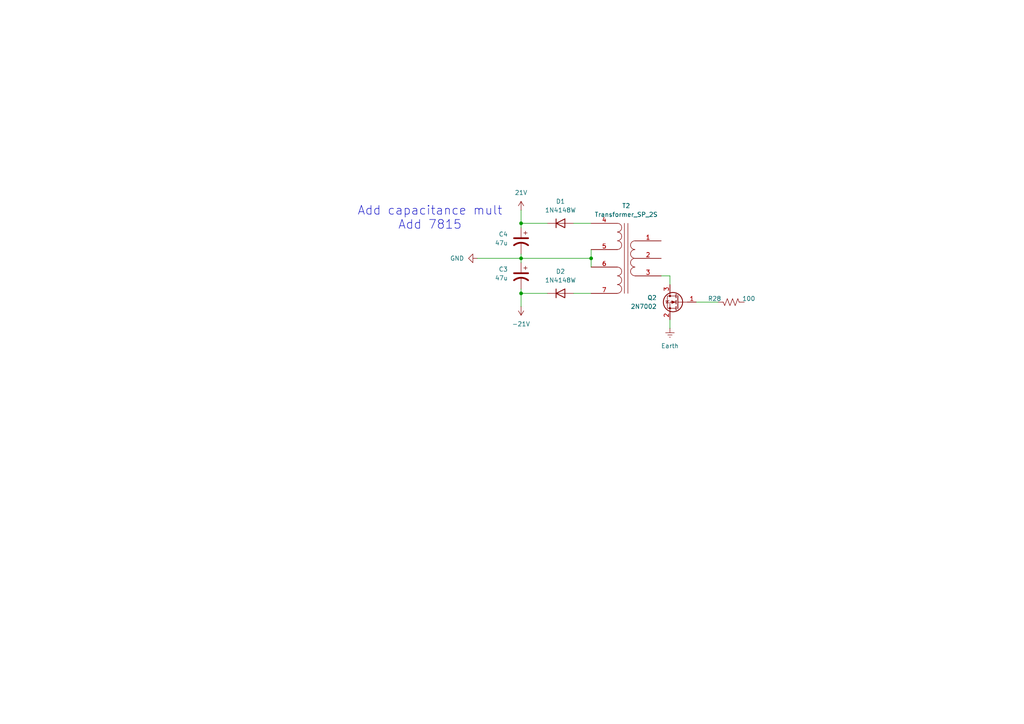
<source format=kicad_sch>
(kicad_sch (version 20231120) (generator "eeschema") (generator_version "8.0")
  (paper "A4")
  (lib_symbols
    (symbol "Device:C_Polarized_US" (pin_numbers hide) (pin_names (offset 0.254) hide)
      (property "Reference" "C" (at 0.635 2.54 0))
      (property "Value" "C_Polarized_US" (at 0.635 -2.54 0))
      (symbol "C_Polarized_US_0_1"
        (polyline (pts (xy -2.032 0.762) (xy 2.032 0.762)) (stroke (width 0.508)))
        (polyline (pts (xy -1.778 2.286) (xy -0.762 2.286)))
        (polyline (pts (xy -1.27 1.778) (xy -1.27 2.794)))
        (arc (start 2.032 -1.27) (mid 0 -0.5572) (end -2.032 -1.27) (stroke (width 0.508)))
      )
      (symbol "C_Polarized_US_1_1"
        (pin passive line (at 0 3.81 270) (length 2.794) (name "~") (number "1"))
        (pin passive line (at 0 -3.81 90) (length 3.302) (name "~") (number "2"))
      )
    )
    (symbol "Device:R_US" (pin_numbers hide) (pin_names (offset 0))
      (property "Reference" "R" (at 2.54 0 90))
      (property "Value" "R_US" (at -2.54 0 90))
      (symbol "R_US_0_1"
        (polyline (pts (xy 0 -2.286) (xy 0 -2.54)))
        (polyline (pts (xy 0 2.286) (xy 0 2.54)))
        (polyline (pts (xy 0 -0.762) (xy 1.016 -1.143) (xy 0 -1.524) (xy -1.016 -1.905) (xy 0 -2.286)))
        (polyline (pts (xy 0 0.762) (xy 1.016 0.381) (xy 0 0) (xy -1.016 -0.381) (xy 0 -0.762)))
        (polyline (pts (xy 0 2.286) (xy 1.016 1.905) (xy 0 1.524) (xy -1.016 1.143) (xy 0 0.762)))
      )
      (symbol "R_US_1_1"
        (pin passive line (at 0 3.81 270) (length 1.27) (name "~") (number "1"))
        (pin passive line (at 0 -3.81 90) (length 1.27) (name "~") (number "2"))
      )
    )
    (symbol "Device:Transformer_SP_2S" (pin_names (offset 1.016) hide)
      (property "Reference" "T" (at 0 12.7 0))
      (property "Value" "Transformer_SP_2S" (at 0 -12.7 0))
      (symbol "Transformer_SP_2S_0_1"
        (arc (start -2.54 -5.0546) (mid -1.6599 -4.6901) (end -1.27 -3.81))
        (arc (start -2.54 -2.5146) (mid -1.6599 -2.1501) (end -1.27 -1.27))
        (arc (start -2.54 0.0254) (mid -1.6599 0.3899) (end -1.27 1.27))
        (arc (start -2.54 2.5654) (mid -1.6599 2.9299) (end -1.27 3.81))
        (arc (start -1.27 -3.81) (mid -1.642 -2.912) (end -2.54 -2.54))
        (arc (start -1.27 -1.27) (mid -1.642 -0.372) (end -2.54 0))
        (arc (start -1.27 1.27) (mid -1.642 2.168) (end -2.54 2.54))
        (arc (start -1.27 3.81) (mid -1.642 4.708) (end -2.54 5.08))
        (polyline (pts (xy -0.508 -10.16) (xy -0.508 10.16)))
        (polyline (pts (xy 0.508 10.16) (xy 0.508 -10.16)))
        (arc (start 1.2954 -8.89) (mid 1.6599 -9.7701) (end 2.54 -10.1346))
        (arc (start 1.2954 -6.35) (mid 1.6599 -7.2301) (end 2.54 -7.5946))
        (arc (start 1.2954 -3.81) (mid 1.6599 -4.6901) (end 2.54 -5.0546))
        (arc (start 1.2954 3.81) (mid 1.6599 2.9299) (end 2.54 2.5654))
        (arc (start 1.2954 6.35) (mid 1.6599 5.4699) (end 2.54 5.1054))
        (arc (start 1.2954 8.89) (mid 1.6599 8.0099) (end 2.54 7.6454))
        (arc (start 2.54 -7.62) (mid 1.642 -7.992) (end 1.2954 -8.89))
        (arc (start 2.54 -5.08) (mid 1.642 -5.452) (end 1.2954 -6.35))
        (arc (start 2.54 -2.54) (mid 1.642 -2.912) (end 1.2954 -3.81))
        (arc (start 2.54 5.08) (mid 1.642 4.708) (end 1.2954 3.81))
        (arc (start 2.54 7.62) (mid 1.642 7.248) (end 1.2954 6.35))
        (arc (start 2.54 10.16) (mid 1.642 9.788) (end 1.2954 8.89))
      )
      (symbol "Transformer_SP_2S_1_1"
        (pin passive line (at -10.16 5.08 0) (length 7.62) (name "IN+") (number "1"))
        (pin passive line (at -10.16 0 0) (length 7.62) (name "PM") (number "2"))
        (pin passive line (at -10.16 -5.08 0) (length 7.62) (name "IN-") (number "3"))
        (pin passive line (at 10.16 10.16 180) (length 7.62) (name "OUT1A") (number "4"))
        (pin passive line (at 10.16 2.54 180) (length 7.62) (name "OUT1B") (number "5"))
        (pin passive line (at 10.16 -2.54 180) (length 7.62) (name "OUT2A") (number "6"))
        (pin passive line (at 10.16 -10.16 180) (length 7.62) (name "OUT2B") (number "7"))
      )
    )
    (symbol "Diode:1N4148W" (pin_numbers hide) (pin_names hide)
      (property "Reference" "D" (at 0 2.54 0))
      (property "Value" "1N4148W" (at 0 -2.54 0))
      (symbol "1N4148W_0_1"
        (polyline (pts (xy -1.27 1.27) (xy -1.27 -1.27)) (stroke (width 0.254)))
        (polyline (pts (xy 1.27 0) (xy -1.27 0)))
        (polyline (pts (xy 1.27 1.27) (xy 1.27 -1.27) (xy -1.27 0) (xy 1.27 1.27)) (stroke (width 0.254)))
      )
      (symbol "1N4148W_1_1"
        (pin passive line (at -3.81 0 0) (length 2.54) (name "K") (number "1"))
        (pin passive line (at 3.81 0 180) (length 2.54) (name "A") (number "2"))
      )
    )
    (symbol "Transistor_FET:2N7002" (pin_names hide)
      (property "Reference" "Q" (at 5.08 1.905 0))
      (property "Value" "2N7002" (at 5.08 0 0))
      (symbol "2N7002_0_1"
        (polyline (pts (xy 0.254 0) (xy -2.54 0)))
        (polyline (pts (xy 0.254 1.905) (xy 0.254 -1.905)) (stroke (width 0.254)))
        (polyline (pts (xy 0.762 -1.27) (xy 0.762 -2.286)) (stroke (width 0.254)))
        (polyline (pts (xy 0.762 0.508) (xy 0.762 -0.508)) (stroke (width 0.254)))
        (polyline (pts (xy 0.762 2.286) (xy 0.762 1.27)) (stroke (width 0.254)))
        (polyline (pts (xy 2.54 2.54) (xy 2.54 1.778)))
        (polyline (pts (xy 2.54 -2.54) (xy 2.54 0) (xy 0.762 0)))
        (polyline (pts (xy 0.762 -1.778) (xy 3.302 -1.778) (xy 3.302 1.778) (xy 0.762 1.778)))
        (polyline (pts (xy 1.016 0) (xy 2.032 0.381) (xy 2.032 -0.381) (xy 1.016 0)) (fill (type outline)))
        (polyline (pts (xy 2.794 0.508) (xy 2.921 0.381) (xy 3.683 0.381) (xy 3.81 0.254)))
        (polyline (pts (xy 3.302 0.381) (xy 2.921 -0.254) (xy 3.683 -0.254) (xy 3.302 0.381)))
        (circle (center 1.651 0) (radius 2.794) (stroke (width 0.254)))
        (circle (center 2.54 -1.778) (radius 0.254) (fill (type outline)))
        (circle (center 2.54 1.778) (radius 0.254) (fill (type outline)))
      )
      (symbol "2N7002_1_1"
        (pin input line (at -5.08 0 0) (length 2.54) (name "G") (number "1"))
        (pin passive line (at 2.54 -5.08 90) (length 2.54) (name "S") (number "2"))
        (pin passive line (at 2.54 5.08 270) (length 2.54) (name "D") (number "3"))
      )
    )
    (symbol "power:+15V" (power) (pin_numbers hide) (pin_names (offset 0) hide)
      (property "Value" "+15V" (at 0 3.556 0))
      (symbol "+15V_0_1"
        (polyline (pts (xy -0.762 1.27) (xy 0 2.54)))
        (polyline (pts (xy 0 0) (xy 0 2.54)))
        (polyline (pts (xy 0 2.54) (xy 0.762 1.27)))
      )
      (symbol "+15V_1_1"
        (pin power_in line (at 0 0 90) (length 0) (name "~") (number "1"))
      )
    )
    (symbol "power:Earth" (power) (pin_numbers hide) (pin_names (offset 0) hide)
      (property "Value" "Earth" (at 0 -3.81 0))
      (symbol "Earth_0_1"
        (polyline (pts (xy -0.635 -1.905) (xy 0.635 -1.905)))
        (polyline (pts (xy -0.127 -2.54) (xy 0.127 -2.54)))
        (polyline (pts (xy 0 -1.27) (xy 0 0)))
        (polyline (pts (xy 1.27 -1.27) (xy -1.27 -1.27)))
      )
      (symbol "Earth_1_1"
        (pin power_in line (at 0 0 270) (length 0) (name "~") (number "1"))
      )
    )
    (symbol "power:GND" (power) (pin_numbers hide) (pin_names (offset 0) hide)
      (property "Value" "GND" (at 0 -3.81 0))
      (symbol "GND_0_1"
        (polyline (pts (xy 0 0) (xy 0 -1.27) (xy 1.27 -1.27) (xy 0 -2.54) (xy -1.27 -1.27) (xy 0 -1.27)))
      )
      (symbol "GND_1_1"
        (pin power_in line (at 0 0 270) (length 0) (name "~") (number "1"))
      )
    )
  )
  (junction (at 151.13 74.93))
  (junction (at 171.45 74.93))
  (junction (at 151.13 85.09))
  (junction (at 151.13 64.77))
  (wire (pts (xy 166.37 64.77) (xy 171.45 64.77)))
  (wire (pts (xy 194.31 82.55) (xy 194.31 80.01)))
  (wire (pts (xy 151.13 73.66) (xy 151.13 74.93)))
  (wire (pts (xy 151.13 74.93) (xy 171.45 74.93)))
  (wire (pts (xy 171.45 72.39) (xy 171.45 74.93)))
  (wire (pts (xy 158.75 64.77) (xy 151.13 64.77)))
  (wire (pts (xy 208.28 87.63) (xy 201.93 87.63)))
  (wire (pts (xy 151.13 83.82) (xy 151.13 85.09)))
  (wire (pts (xy 151.13 64.77) (xy 151.13 66.04)))
  (wire (pts (xy 194.31 80.01) (xy 191.77 80.01)))
  (wire (pts (xy 138.43 74.93) (xy 151.13 74.93)))
  (wire (pts (xy 151.13 74.93) (xy 151.13 76.2)))
  (wire (pts (xy 151.13 64.77) (xy 151.13 60.96)))
  (wire (pts (xy 151.13 85.09) (xy 158.75 85.09)))
  (wire (pts (xy 166.37 85.09) (xy 171.45 85.09)))
  (wire (pts (xy 151.13 85.09) (xy 151.13 88.9)))
  (wire (pts (xy 194.31 95.25) (xy 194.31 92.71)))
  (wire (pts (xy 171.45 74.93) (xy 171.45 77.47)))
  (text "Add capacitance mult\nAdd 7815\n" (at 124.714 63.246 0) (effects (font (size 2.54 2.54))))
  (symbol (lib_id "Transistor_FET:2N7002") (at 196.85 87.63 0) (mirror y) (unit 1)
    (property "Reference" "Q2" (at 190.5 86.3599 0) (effects (justify left)))
    (property "Value" "2N7002" (at 190.5 88.8999 0) (effects (justify left)))
    (property "Footprint" "Package_TO_SOT_SMD:SOT-23" (effects (hide yes)))
    (property "Datasheet" "https://www.onsemi.com/pub/Collateral/NDS7002A-D.PDF" (effects (hide yes)))
    (property "Description" "0.115A Id, 60V Vds, N-Channel MOSFET, SOT-23" (effects (hide yes)))
  )
  (symbol (lib_id "Device:R_US") (at 212.09 87.63 270) (mirror x) (unit 1)
    (property "Reference" "R28" (at 207.264 86.614 90))
    (property "Value" "100" (at 217.17 86.614 90))
    (property "Footprint" "Resistor_SMD:R_0603_1608Metric_Pad0.98x0.95mm_HandSolder" (effects (hide yes)))
    (property "Description" "Resistor, US symbol" (effects (hide yes)))
  )
  (symbol (lib_id "Diode:1N4148W") (at 162.56 64.77 0) (unit 1)
    (property "Reference" "D1" (at 162.56 58.42 0))
    (property "Value" "1N4148W" (at 162.56 60.96 0))
    (property "Footprint" "Diode_SMD:D_SOD-123" (effects (hide yes)))
    (property "Datasheet" "https://www.vishay.com/docs/85748/1n4148w.pdf" (effects (hide yes)))
    (property "Description" "75V 0.15A Fast Switching Diode, SOD-123" (effects (hide yes)))
    (property "Sim.Device" "D" (effects (hide yes)))
    (property "Sim.Pins" "1=K 2=A" (effects (hide yes)))
  )
  (symbol (lib_id "Device:C_Polarized_US") (at 151.13 80.01 0) (mirror y) (unit 1)
    (property "Reference" "C3" (at 147.32 78.1049 0) (effects (justify left)))
    (property "Value" "47u" (at 147.32 80.6449 0) (effects (justify left)))
    (property "Footprint" "Capacitor_THT:CP_Radial_D5.0mm_P2.00mm" (effects (hide yes)))
    (property "Description" "Polarized capacitor, US symbol" (effects (hide yes)))
  )
  (symbol (lib_id "Device:C_Polarized_US") (at 151.13 69.85 0) (mirror y) (unit 1)
    (property "Reference" "C4" (at 147.32 67.9449 0) (effects (justify left)))
    (property "Value" "47u" (at 147.32 70.4849 0) (effects (justify left)))
    (property "Footprint" "Capacitor_THT:CP_Radial_D5.0mm_P2.00mm" (effects (hide yes)))
    (property "Description" "Polarized capacitor, US symbol" (effects (hide yes)))
  )
  (symbol (lib_id "power:+15V") (at 151.13 60.96 0) (unit 1)
    (property "Reference" "#PWR025" (effects (hide yes)))
    (property "Value" "21V" (at 151.13 55.88 0))
    (property "Description" "Power symbol creates a global label with name \"+15V\"" (effects (hide yes)))
  )
  (symbol (lib_id "power:+15V") (at 151.13 88.9 180) (unit 1)
    (property "Reference" "#PWR026" (effects (hide yes)))
    (property "Value" "-21V" (at 151.13 93.98 0))
    (property "Description" "Power symbol creates a global label with name \"+15V\"" (effects (hide yes)))
  )
  (symbol (lib_id "power:Earth") (at 194.31 95.25 0) (unit 1)
    (property "Reference" "#PWR027" (effects (hide yes)))
    (property "Value" "Earth" (at 194.31 100.33 0))
    (property "Description" "Power symbol creates a global label with name \"Earth\"" (effects (hide yes)))
  )
  (symbol (lib_id "Diode:1N4148W") (at 162.56 85.09 0) (unit 1)
    (property "Reference" "D2" (at 162.56 78.74 0))
    (property "Value" "1N4148W" (at 162.56 81.28 0))
    (property "Footprint" "Diode_SMD:D_SOD-123" (effects (hide yes)))
    (property "Datasheet" "https://www.vishay.com/docs/85748/1n4148w.pdf" (effects (hide yes)))
    (property "Description" "75V 0.15A Fast Switching Diode, SOD-123" (effects (hide yes)))
    (property "Sim.Device" "D" (effects (hide yes)))
    (property "Sim.Pins" "1=K 2=A" (effects (hide yes)))
  )
  (symbol (lib_id "Device:Transformer_SP_2S") (at 181.61 74.93 0) (mirror y) (unit 1)
    (property "Reference" "T2" (at 181.61 59.69 0))
    (property "Value" "Transformer_SP_2S" (at 181.61 62.23 0))
    (property "Description" "Transformer, split primary, dual secondary" (effects (hide yes)))
  )
  (symbol (lib_id "power:GND") (at 138.43 74.93 270) (unit 1)
    (property "Reference" "#PWR024" (effects (hide yes)))
    (property "Value" "GND" (at 134.62 74.9299 90) (effects (justify right)))
    (property "Description" "Power symbol creates a global label with name \"GND\" , ground" (effects (hide yes)))
  )
)
</source>
